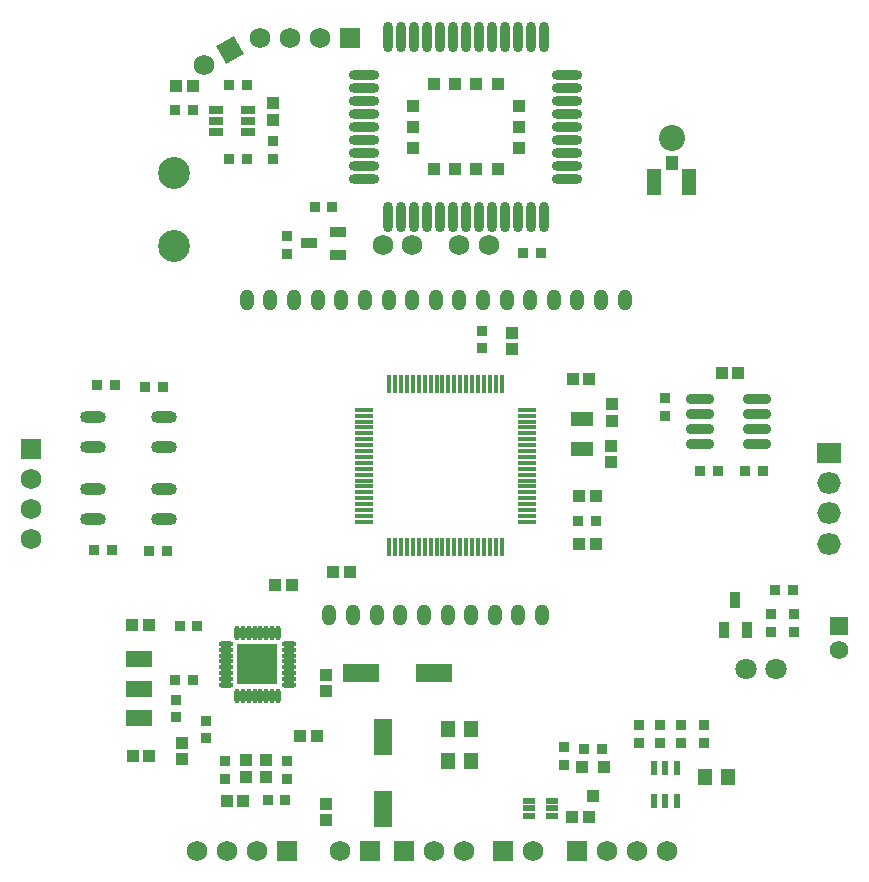
<source format=gbs>
G04*
G04 #@! TF.GenerationSoftware,Altium Limited,Altium Designer,22.0.2 (36)*
G04*
G04 Layer_Color=16711935*
%FSTAX25Y25*%
%MOIN*%
G70*
G04*
G04 #@! TF.SameCoordinates,0D831988-8BE3-4B2D-80CC-02C8544F8A67*
G04*
G04*
G04 #@! TF.FilePolarity,Negative*
G04*
G01*
G75*
%ADD32R,0.04000X0.04000*%
%ADD33R,0.03802X0.03575*%
%ADD34R,0.03575X0.03802*%
%ADD37R,0.05721X0.03556*%
%ADD38R,0.04343X0.03950*%
%ADD41R,0.03950X0.04343*%
%ADD46R,0.12211X0.06306*%
%ADD47R,0.04859X0.05821*%
%ADD48R,0.06800X0.06800*%
%ADD49C,0.06800*%
%ADD50R,0.08990X0.05170*%
%ADD51R,0.06800X0.06800*%
%ADD52R,0.07887X0.07099*%
%ADD53O,0.07887X0.07099*%
%ADD54R,0.06200X0.06200*%
%ADD55C,0.06200*%
%ADD56C,0.10642*%
%ADD57O,0.04737X0.07099*%
%ADD58C,0.08674*%
%ADD59C,0.07099*%
%ADD60P,0.09617X4X255.0*%
%ADD108R,0.06306X0.12211*%
%ADD109R,0.04737X0.08674*%
%ADD110R,0.03950X0.04737*%
%ADD111O,0.01502X0.06306*%
%ADD112O,0.06306X0.01502*%
%ADD113R,0.02375X0.05131*%
%ADD114R,0.04337X0.02054*%
%ADD115R,0.13398X0.13398*%
%ADD116O,0.04737X0.01784*%
%ADD117O,0.01784X0.04737*%
%ADD118O,0.08674X0.03950*%
%ADD119R,0.04732X0.02764*%
%ADD120R,0.04331X0.04331*%
%ADD121O,0.10236X0.03150*%
%ADD122O,0.03150X0.10236*%
%ADD123R,0.07493X0.04934*%
%ADD124R,0.03556X0.05721*%
%ADD125O,0.09461X0.03556*%
D32*
X018056Y-0048176D02*
D03*
X018804D02*
D03*
X01843Y-0057624D02*
D03*
D33*
X0199801Y-0039913D02*
D03*
Y-0033981D02*
D03*
X0221301Y-0039913D02*
D03*
Y-0033981D02*
D03*
X0174699Y-0041487D02*
D03*
Y-0047419D02*
D03*
X0061801Y-0051913D02*
D03*
Y-0045981D02*
D03*
X0082301Y-0051913D02*
D03*
Y-0045981D02*
D03*
X0045199Y-0025587D02*
D03*
Y-0031519D02*
D03*
X0055199Y-0032587D02*
D03*
Y-0038519D02*
D03*
X0082199Y0128913D02*
D03*
Y0122981D02*
D03*
X0077801Y0160519D02*
D03*
Y0154587D02*
D03*
X0147199Y0097413D02*
D03*
Y0091481D02*
D03*
X02085Y0074932D02*
D03*
Y0069D02*
D03*
X0243819Y-0002957D02*
D03*
Y0002975D02*
D03*
X0251319Y-0002957D02*
D03*
Y0002975D02*
D03*
X0213801Y-0033981D02*
D03*
Y-0039913D02*
D03*
X0206801D02*
D03*
Y-0033981D02*
D03*
D34*
X0181487Y-0042001D02*
D03*
X0187419D02*
D03*
X0081857Y-005892D02*
D03*
X0075925D02*
D03*
X0045068Y-0019D02*
D03*
X0051D02*
D03*
X00525Y-0001D02*
D03*
X0046568D02*
D03*
X0018087Y0024199D02*
D03*
X0024019D02*
D03*
X00365Y0024D02*
D03*
X0042432D02*
D03*
X0019087Y0079199D02*
D03*
X0025019D02*
D03*
X0035087Y0078699D02*
D03*
X0041019D02*
D03*
X00975Y01385D02*
D03*
X0091568D02*
D03*
X0063068Y01545D02*
D03*
X0069D02*
D03*
X0063068Y0179416D02*
D03*
X0069D02*
D03*
X0045068Y0171D02*
D03*
X0051D02*
D03*
X0160981Y0123301D02*
D03*
X0166913D02*
D03*
X0245068Y0011D02*
D03*
X0251D02*
D03*
X0226019Y0050699D02*
D03*
X0220087D02*
D03*
X0235Y00505D02*
D03*
X0240932D02*
D03*
X0179481Y0033801D02*
D03*
X0185413D02*
D03*
D37*
X0089579Y01265D02*
D03*
X0099421Y012276D02*
D03*
Y013024D02*
D03*
D38*
X0095219Y-0060311D02*
D03*
Y-0065823D02*
D03*
X0068781Y-0045777D02*
D03*
Y-0051289D02*
D03*
X0075281Y-0045777D02*
D03*
Y-0051289D02*
D03*
X0095281Y-0017277D02*
D03*
Y-0022789D02*
D03*
X00475Y-00455D02*
D03*
Y-0039988D02*
D03*
X0077781Y0167711D02*
D03*
Y0173223D02*
D03*
X0157281Y0096723D02*
D03*
Y0091211D02*
D03*
X01905Y0053488D02*
D03*
Y0059D02*
D03*
X0190719Y0067277D02*
D03*
Y0072789D02*
D03*
D41*
X0183023Y-0064681D02*
D03*
X0177511D02*
D03*
X0092223Y-0037781D02*
D03*
X0086711D02*
D03*
X0062321Y-0059336D02*
D03*
X0067833D02*
D03*
X00365Y-00445D02*
D03*
X0030988D02*
D03*
X0097777Y0016781D02*
D03*
X0103289D02*
D03*
X0084Y00125D02*
D03*
X0078488D02*
D03*
X0036223Y-0000781D02*
D03*
X0030711D02*
D03*
X0051Y0179D02*
D03*
X0045488D02*
D03*
X0185223Y0042219D02*
D03*
X0179711D02*
D03*
X0177677Y0081281D02*
D03*
X0183189D02*
D03*
X0232789Y0083281D02*
D03*
X0227277D02*
D03*
X0179711Y0026219D02*
D03*
X0185223D02*
D03*
D46*
X01071Y-00168D02*
D03*
X01312D02*
D03*
D47*
X0229521Y-005151D02*
D03*
X0221648D02*
D03*
X0135897Y-0045911D02*
D03*
X0143771D02*
D03*
X0135897Y-0035411D02*
D03*
X0143771D02*
D03*
D48*
X00822Y-0076D02*
D03*
X01035Y0195D02*
D03*
X01215Y-0076D02*
D03*
X01545D02*
D03*
X011D02*
D03*
X0179D02*
D03*
D49*
X00722D02*
D03*
X00622D02*
D03*
X00522D02*
D03*
X-0003Y0028D02*
D03*
Y0038D02*
D03*
Y0048D02*
D03*
X0139795Y0126075D02*
D03*
X0149637D02*
D03*
X0124047D02*
D03*
X0114204D02*
D03*
X005484Y0186D02*
D03*
X00935Y0195D02*
D03*
X00835D02*
D03*
X00735D02*
D03*
X01315Y-0076D02*
D03*
X01415D02*
D03*
X01645D02*
D03*
X01D02*
D03*
X0209D02*
D03*
X0199D02*
D03*
X0189D02*
D03*
D50*
X0033Y-003184D02*
D03*
Y-001216D02*
D03*
Y-0022D02*
D03*
D51*
X-0003Y0058D02*
D03*
D52*
X0263Y00565D02*
D03*
D53*
X0262975Y0046476D02*
D03*
X026295Y0036451D02*
D03*
X0262924Y0026427D02*
D03*
D54*
X02665Y-0001126D02*
D03*
D55*
Y-0009D02*
D03*
D56*
X0044719Y014985D02*
D03*
Y012544D02*
D03*
D57*
X0151637Y0002582D02*
D03*
X0143763D02*
D03*
X0135889D02*
D03*
X0128015D02*
D03*
X0120141D02*
D03*
X0112267D02*
D03*
X0096519D02*
D03*
X0076834Y01077D02*
D03*
X0084708D02*
D03*
X0092582D02*
D03*
X0100456D02*
D03*
X010833D02*
D03*
X0116204D02*
D03*
X0124078D02*
D03*
X0131952D02*
D03*
X0139826D02*
D03*
X01477D02*
D03*
X0155574D02*
D03*
X0163448D02*
D03*
X0171322D02*
D03*
X0179196D02*
D03*
X018707D02*
D03*
X0194944D02*
D03*
X006896D02*
D03*
X0104393Y0002582D02*
D03*
X0159511D02*
D03*
X0167385D02*
D03*
D58*
X0210665Y016144D02*
D03*
D59*
X02455Y-00153D02*
D03*
X02355D02*
D03*
D60*
X00635Y0191D02*
D03*
D108*
X01142Y-00622D02*
D03*
Y-00381D02*
D03*
D109*
X0204695Y0147D02*
D03*
X0216506D02*
D03*
D110*
X02106Y0153102D02*
D03*
D111*
X0153874Y0025169D02*
D03*
X0116472D02*
D03*
Y00795D02*
D03*
X0153874D02*
D03*
X0151906Y0025169D02*
D03*
X0149937D02*
D03*
X0147968D02*
D03*
X0146D02*
D03*
X0144032D02*
D03*
X0142063D02*
D03*
X0140094D02*
D03*
X0138126D02*
D03*
X0136158D02*
D03*
X0134189D02*
D03*
X013222D02*
D03*
X0130252D02*
D03*
X0128284D02*
D03*
X0126315D02*
D03*
X0124346D02*
D03*
X0122378D02*
D03*
X0120409D02*
D03*
X0118441D02*
D03*
Y00795D02*
D03*
X0120409D02*
D03*
X0122378D02*
D03*
X0124346D02*
D03*
X0126315D02*
D03*
X0128284D02*
D03*
X0130252D02*
D03*
X013222D02*
D03*
X0134189D02*
D03*
X0136158D02*
D03*
X0138126D02*
D03*
X0140094D02*
D03*
X0142063D02*
D03*
X0144032D02*
D03*
X0146D02*
D03*
X0147968D02*
D03*
X0149937D02*
D03*
X0151906D02*
D03*
D112*
X0162339Y0033634D02*
D03*
X0108008D02*
D03*
Y0071035D02*
D03*
X0162339D02*
D03*
Y0069067D02*
D03*
Y0067098D02*
D03*
Y006513D02*
D03*
Y0063161D02*
D03*
Y0061193D02*
D03*
Y0059224D02*
D03*
Y0057256D02*
D03*
Y0055287D02*
D03*
Y0053319D02*
D03*
Y005135D02*
D03*
Y0049382D02*
D03*
Y0047413D02*
D03*
Y0045445D02*
D03*
Y0043476D02*
D03*
Y0041508D02*
D03*
Y0039539D02*
D03*
Y0037571D02*
D03*
Y0035602D02*
D03*
X0108008D02*
D03*
Y0037571D02*
D03*
Y0039539D02*
D03*
Y0041508D02*
D03*
Y0043476D02*
D03*
Y0045445D02*
D03*
Y0047413D02*
D03*
Y0049382D02*
D03*
Y005135D02*
D03*
Y0053319D02*
D03*
Y0055287D02*
D03*
Y0057256D02*
D03*
Y0059224D02*
D03*
Y0061193D02*
D03*
Y0063161D02*
D03*
Y006513D02*
D03*
Y0067098D02*
D03*
Y0069067D02*
D03*
D113*
X0212258Y-0048488D02*
D03*
X0208518D02*
D03*
X0204778D02*
D03*
Y-0059512D02*
D03*
X0208518D02*
D03*
X0212258D02*
D03*
D114*
X0162961Y-00618D02*
D03*
Y-0059241D02*
D03*
Y-0064359D02*
D03*
X0170639D02*
D03*
Y-00618D02*
D03*
Y-0059241D02*
D03*
D115*
X0072516Y-001387D02*
D03*
D116*
X0061886Y-002076D02*
D03*
Y-0018791D02*
D03*
Y-0016823D02*
D03*
Y-0014854D02*
D03*
Y-0012886D02*
D03*
Y-0010917D02*
D03*
Y-0008949D02*
D03*
Y-000698D02*
D03*
X0083146Y-000698D02*
D03*
Y-0008949D02*
D03*
Y-0010917D02*
D03*
Y-0012886D02*
D03*
Y-0014854D02*
D03*
Y-0016823D02*
D03*
Y-0018791D02*
D03*
Y-002076D02*
D03*
D117*
X0065626Y-000324D02*
D03*
X0067594D02*
D03*
X0069563D02*
D03*
X0071531D02*
D03*
X00735D02*
D03*
X0075468D02*
D03*
X0077437D02*
D03*
X0079405D02*
D03*
Y-00245D02*
D03*
X0077437D02*
D03*
X0075468D02*
D03*
X00735D02*
D03*
X0071531D02*
D03*
X0069563D02*
D03*
X0067594D02*
D03*
X0065626D02*
D03*
D118*
X0041311Y00345D02*
D03*
Y00445D02*
D03*
X0017689D02*
D03*
Y00345D02*
D03*
X0041311Y00585D02*
D03*
Y00685D02*
D03*
X0017689D02*
D03*
Y00585D02*
D03*
D119*
X005868Y0171022D02*
D03*
Y0167282D02*
D03*
Y0163542D02*
D03*
X006931D02*
D03*
Y0167282D02*
D03*
Y0171022D02*
D03*
D120*
X0159687Y0158187D02*
D03*
Y0165273D02*
D03*
Y017236D02*
D03*
X01526Y0179446D02*
D03*
X0145513D02*
D03*
X0138427D02*
D03*
X013134D02*
D03*
X0124254Y017236D02*
D03*
Y0165273D02*
D03*
Y0158187D02*
D03*
X013134Y01511D02*
D03*
X0138427D02*
D03*
X0145513D02*
D03*
X01526D02*
D03*
D121*
X0175828Y014795D02*
D03*
Y0152281D02*
D03*
Y0156612D02*
D03*
Y0160942D02*
D03*
Y0165273D02*
D03*
Y0169604D02*
D03*
Y0173935D02*
D03*
Y0178265D02*
D03*
Y0182596D02*
D03*
X0108112D02*
D03*
Y0178265D02*
D03*
Y0173935D02*
D03*
Y0169604D02*
D03*
Y0165273D02*
D03*
Y0160942D02*
D03*
Y0156612D02*
D03*
Y0152281D02*
D03*
Y014795D02*
D03*
D122*
X0167954Y0195391D02*
D03*
X0163624D02*
D03*
X0159293D02*
D03*
X0154962D02*
D03*
X0150631D02*
D03*
X0146301D02*
D03*
X014197D02*
D03*
X0137639D02*
D03*
X0133309D02*
D03*
X0128978D02*
D03*
X0124647D02*
D03*
X0120317D02*
D03*
X0115986D02*
D03*
Y0135155D02*
D03*
X0120317D02*
D03*
X0124647D02*
D03*
X0128978D02*
D03*
X0133309D02*
D03*
X0137639D02*
D03*
X014197D02*
D03*
X0146301D02*
D03*
X0150631D02*
D03*
X0154962D02*
D03*
X0159293D02*
D03*
X0163624D02*
D03*
X0167954D02*
D03*
D123*
X0180808Y0068011D02*
D03*
Y0057972D02*
D03*
D124*
X0231819Y0007465D02*
D03*
X0228079Y-0002378D02*
D03*
X0235559D02*
D03*
D125*
X0220163Y0059674D02*
D03*
Y0064674D02*
D03*
Y0069674D02*
D03*
Y0074674D02*
D03*
X0239061Y0059674D02*
D03*
Y0064674D02*
D03*
Y0069674D02*
D03*
Y0074674D02*
D03*
M02*

</source>
